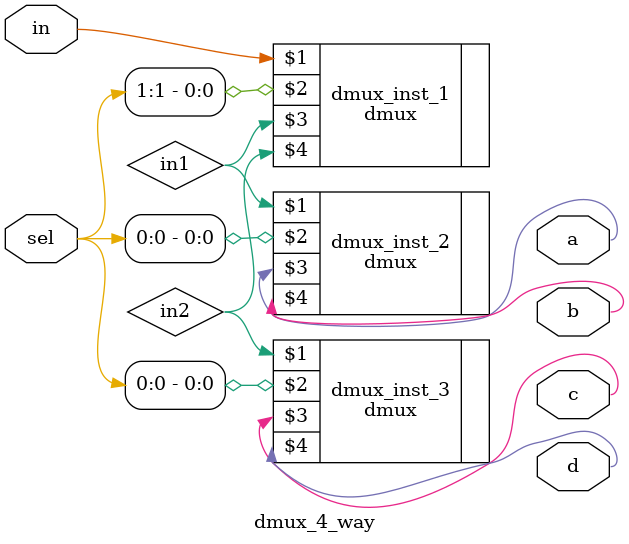
<source format=sv>
`ifndef dmux
  `include "dmux.sv"
`endif
`define dmux_4_way 1

module dmux_4_way(
  input       in,
  input [1:0] sel,
  output      a,
  output      b,
  output      c,
  output      d
);

  wire in1, in2;
  dmux #(1) dmux_inst_1(in , sel[1], in1, in2);
  dmux #(2) dmux_inst_2(in1, sel[0], a  , b  );
  dmux #(3) dmux_inst_3(in2, sel[0], c  , d  );

endmodule

</source>
